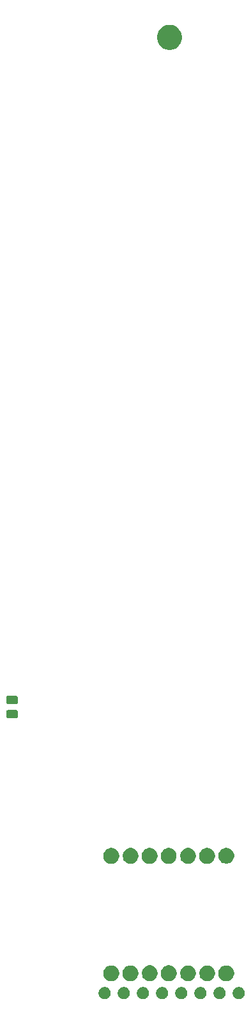
<source format=gbr>
G04 #@! TF.GenerationSoftware,KiCad,Pcbnew,(5.1.2)-1*
G04 #@! TF.CreationDate,2023-05-08T19:06:34+09:00*
G04 #@! TF.ProjectId,gopher_goldpilot_xiao,676f7068-6572-45f6-976f-6c6470696c6f,rev?*
G04 #@! TF.SameCoordinates,Original*
G04 #@! TF.FileFunction,Soldermask,Bot*
G04 #@! TF.FilePolarity,Negative*
%FSLAX46Y46*%
G04 Gerber Fmt 4.6, Leading zero omitted, Abs format (unit mm)*
G04 Created by KiCad (PCBNEW (5.1.2)-1) date 2023-05-08 19:06:34*
%MOMM*%
%LPD*%
G04 APERTURE LIST*
%ADD10C,0.100000*%
G04 APERTURE END LIST*
D10*
G36*
X109737142Y-169018242D02*
G01*
X109885101Y-169079529D01*
X110018255Y-169168499D01*
X110131501Y-169281745D01*
X110220471Y-169414899D01*
X110281758Y-169562858D01*
X110313000Y-169719925D01*
X110313000Y-169880075D01*
X110281758Y-170037142D01*
X110220471Y-170185101D01*
X110131501Y-170318255D01*
X110018255Y-170431501D01*
X109885101Y-170520471D01*
X109737142Y-170581758D01*
X109580075Y-170613000D01*
X109419925Y-170613000D01*
X109262858Y-170581758D01*
X109114899Y-170520471D01*
X108981745Y-170431501D01*
X108868499Y-170318255D01*
X108779529Y-170185101D01*
X108718242Y-170037142D01*
X108687000Y-169880075D01*
X108687000Y-169719925D01*
X108718242Y-169562858D01*
X108779529Y-169414899D01*
X108868499Y-169281745D01*
X108981745Y-169168499D01*
X109114899Y-169079529D01*
X109262858Y-169018242D01*
X109419925Y-168987000D01*
X109580075Y-168987000D01*
X109737142Y-169018242D01*
X109737142Y-169018242D01*
G37*
G36*
X112277142Y-169018242D02*
G01*
X112425101Y-169079529D01*
X112558255Y-169168499D01*
X112671501Y-169281745D01*
X112760471Y-169414899D01*
X112821758Y-169562858D01*
X112853000Y-169719925D01*
X112853000Y-169880075D01*
X112821758Y-170037142D01*
X112760471Y-170185101D01*
X112671501Y-170318255D01*
X112558255Y-170431501D01*
X112425101Y-170520471D01*
X112277142Y-170581758D01*
X112120075Y-170613000D01*
X111959925Y-170613000D01*
X111802858Y-170581758D01*
X111654899Y-170520471D01*
X111521745Y-170431501D01*
X111408499Y-170318255D01*
X111319529Y-170185101D01*
X111258242Y-170037142D01*
X111227000Y-169880075D01*
X111227000Y-169719925D01*
X111258242Y-169562858D01*
X111319529Y-169414899D01*
X111408499Y-169281745D01*
X111521745Y-169168499D01*
X111654899Y-169079529D01*
X111802858Y-169018242D01*
X111959925Y-168987000D01*
X112120075Y-168987000D01*
X112277142Y-169018242D01*
X112277142Y-169018242D01*
G37*
G36*
X114817142Y-169018242D02*
G01*
X114965101Y-169079529D01*
X115098255Y-169168499D01*
X115211501Y-169281745D01*
X115300471Y-169414899D01*
X115361758Y-169562858D01*
X115393000Y-169719925D01*
X115393000Y-169880075D01*
X115361758Y-170037142D01*
X115300471Y-170185101D01*
X115211501Y-170318255D01*
X115098255Y-170431501D01*
X114965101Y-170520471D01*
X114817142Y-170581758D01*
X114660075Y-170613000D01*
X114499925Y-170613000D01*
X114342858Y-170581758D01*
X114194899Y-170520471D01*
X114061745Y-170431501D01*
X113948499Y-170318255D01*
X113859529Y-170185101D01*
X113798242Y-170037142D01*
X113767000Y-169880075D01*
X113767000Y-169719925D01*
X113798242Y-169562858D01*
X113859529Y-169414899D01*
X113948499Y-169281745D01*
X114061745Y-169168499D01*
X114194899Y-169079529D01*
X114342858Y-169018242D01*
X114499925Y-168987000D01*
X114660075Y-168987000D01*
X114817142Y-169018242D01*
X114817142Y-169018242D01*
G37*
G36*
X117357142Y-169018242D02*
G01*
X117505101Y-169079529D01*
X117638255Y-169168499D01*
X117751501Y-169281745D01*
X117840471Y-169414899D01*
X117901758Y-169562858D01*
X117933000Y-169719925D01*
X117933000Y-169880075D01*
X117901758Y-170037142D01*
X117840471Y-170185101D01*
X117751501Y-170318255D01*
X117638255Y-170431501D01*
X117505101Y-170520471D01*
X117357142Y-170581758D01*
X117200075Y-170613000D01*
X117039925Y-170613000D01*
X116882858Y-170581758D01*
X116734899Y-170520471D01*
X116601745Y-170431501D01*
X116488499Y-170318255D01*
X116399529Y-170185101D01*
X116338242Y-170037142D01*
X116307000Y-169880075D01*
X116307000Y-169719925D01*
X116338242Y-169562858D01*
X116399529Y-169414899D01*
X116488499Y-169281745D01*
X116601745Y-169168499D01*
X116734899Y-169079529D01*
X116882858Y-169018242D01*
X117039925Y-168987000D01*
X117200075Y-168987000D01*
X117357142Y-169018242D01*
X117357142Y-169018242D01*
G37*
G36*
X119897142Y-169018242D02*
G01*
X120045101Y-169079529D01*
X120178255Y-169168499D01*
X120291501Y-169281745D01*
X120380471Y-169414899D01*
X120441758Y-169562858D01*
X120473000Y-169719925D01*
X120473000Y-169880075D01*
X120441758Y-170037142D01*
X120380471Y-170185101D01*
X120291501Y-170318255D01*
X120178255Y-170431501D01*
X120045101Y-170520471D01*
X119897142Y-170581758D01*
X119740075Y-170613000D01*
X119579925Y-170613000D01*
X119422858Y-170581758D01*
X119274899Y-170520471D01*
X119141745Y-170431501D01*
X119028499Y-170318255D01*
X118939529Y-170185101D01*
X118878242Y-170037142D01*
X118847000Y-169880075D01*
X118847000Y-169719925D01*
X118878242Y-169562858D01*
X118939529Y-169414899D01*
X119028499Y-169281745D01*
X119141745Y-169168499D01*
X119274899Y-169079529D01*
X119422858Y-169018242D01*
X119579925Y-168987000D01*
X119740075Y-168987000D01*
X119897142Y-169018242D01*
X119897142Y-169018242D01*
G37*
G36*
X122437142Y-169018242D02*
G01*
X122585101Y-169079529D01*
X122718255Y-169168499D01*
X122831501Y-169281745D01*
X122920471Y-169414899D01*
X122981758Y-169562858D01*
X123013000Y-169719925D01*
X123013000Y-169880075D01*
X122981758Y-170037142D01*
X122920471Y-170185101D01*
X122831501Y-170318255D01*
X122718255Y-170431501D01*
X122585101Y-170520471D01*
X122437142Y-170581758D01*
X122280075Y-170613000D01*
X122119925Y-170613000D01*
X121962858Y-170581758D01*
X121814899Y-170520471D01*
X121681745Y-170431501D01*
X121568499Y-170318255D01*
X121479529Y-170185101D01*
X121418242Y-170037142D01*
X121387000Y-169880075D01*
X121387000Y-169719925D01*
X121418242Y-169562858D01*
X121479529Y-169414899D01*
X121568499Y-169281745D01*
X121681745Y-169168499D01*
X121814899Y-169079529D01*
X121962858Y-169018242D01*
X122119925Y-168987000D01*
X122280075Y-168987000D01*
X122437142Y-169018242D01*
X122437142Y-169018242D01*
G37*
G36*
X127517142Y-169018242D02*
G01*
X127665101Y-169079529D01*
X127798255Y-169168499D01*
X127911501Y-169281745D01*
X128000471Y-169414899D01*
X128061758Y-169562858D01*
X128093000Y-169719925D01*
X128093000Y-169880075D01*
X128061758Y-170037142D01*
X128000471Y-170185101D01*
X127911501Y-170318255D01*
X127798255Y-170431501D01*
X127665101Y-170520471D01*
X127517142Y-170581758D01*
X127360075Y-170613000D01*
X127199925Y-170613000D01*
X127042858Y-170581758D01*
X126894899Y-170520471D01*
X126761745Y-170431501D01*
X126648499Y-170318255D01*
X126559529Y-170185101D01*
X126498242Y-170037142D01*
X126467000Y-169880075D01*
X126467000Y-169719925D01*
X126498242Y-169562858D01*
X126559529Y-169414899D01*
X126648499Y-169281745D01*
X126761745Y-169168499D01*
X126894899Y-169079529D01*
X127042858Y-169018242D01*
X127199925Y-168987000D01*
X127360075Y-168987000D01*
X127517142Y-169018242D01*
X127517142Y-169018242D01*
G37*
G36*
X124977142Y-169018242D02*
G01*
X125125101Y-169079529D01*
X125258255Y-169168499D01*
X125371501Y-169281745D01*
X125460471Y-169414899D01*
X125521758Y-169562858D01*
X125553000Y-169719925D01*
X125553000Y-169880075D01*
X125521758Y-170037142D01*
X125460471Y-170185101D01*
X125371501Y-170318255D01*
X125258255Y-170431501D01*
X125125101Y-170520471D01*
X124977142Y-170581758D01*
X124820075Y-170613000D01*
X124659925Y-170613000D01*
X124502858Y-170581758D01*
X124354899Y-170520471D01*
X124221745Y-170431501D01*
X124108499Y-170318255D01*
X124019529Y-170185101D01*
X123958242Y-170037142D01*
X123927000Y-169880075D01*
X123927000Y-169719925D01*
X123958242Y-169562858D01*
X124019529Y-169414899D01*
X124108499Y-169281745D01*
X124221745Y-169168499D01*
X124354899Y-169079529D01*
X124502858Y-169018242D01*
X124659925Y-168987000D01*
X124820075Y-168987000D01*
X124977142Y-169018242D01*
X124977142Y-169018242D01*
G37*
G36*
X125933765Y-166178620D02*
G01*
X126099144Y-166247122D01*
X126123288Y-166257123D01*
X126293854Y-166371092D01*
X126438908Y-166516146D01*
X126552877Y-166686712D01*
X126631380Y-166876235D01*
X126671400Y-167077431D01*
X126671400Y-167282569D01*
X126631380Y-167483765D01*
X126552877Y-167673288D01*
X126438908Y-167843854D01*
X126293854Y-167988908D01*
X126123288Y-168102877D01*
X126123287Y-168102878D01*
X126123286Y-168102878D01*
X125933765Y-168181380D01*
X125732570Y-168221400D01*
X125527430Y-168221400D01*
X125326235Y-168181380D01*
X125136714Y-168102878D01*
X125136713Y-168102878D01*
X125136712Y-168102877D01*
X124966146Y-167988908D01*
X124821092Y-167843854D01*
X124707123Y-167673288D01*
X124628620Y-167483765D01*
X124588600Y-167282569D01*
X124588600Y-167077431D01*
X124628620Y-166876235D01*
X124707123Y-166686712D01*
X124821092Y-166516146D01*
X124966146Y-166371092D01*
X125136712Y-166257123D01*
X125160857Y-166247122D01*
X125326235Y-166178620D01*
X125527430Y-166138600D01*
X125732570Y-166138600D01*
X125933765Y-166178620D01*
X125933765Y-166178620D01*
G37*
G36*
X123403765Y-166178620D02*
G01*
X123569144Y-166247122D01*
X123593288Y-166257123D01*
X123763854Y-166371092D01*
X123908908Y-166516146D01*
X124022877Y-166686712D01*
X124101380Y-166876235D01*
X124141400Y-167077431D01*
X124141400Y-167282569D01*
X124101380Y-167483765D01*
X124022877Y-167673288D01*
X123908908Y-167843854D01*
X123763854Y-167988908D01*
X123593288Y-168102877D01*
X123593287Y-168102878D01*
X123593286Y-168102878D01*
X123403765Y-168181380D01*
X123202570Y-168221400D01*
X122997430Y-168221400D01*
X122796235Y-168181380D01*
X122606714Y-168102878D01*
X122606713Y-168102878D01*
X122606712Y-168102877D01*
X122436146Y-167988908D01*
X122291092Y-167843854D01*
X122177123Y-167673288D01*
X122098620Y-167483765D01*
X122058600Y-167282569D01*
X122058600Y-167077431D01*
X122098620Y-166876235D01*
X122177123Y-166686712D01*
X122291092Y-166516146D01*
X122436146Y-166371092D01*
X122606712Y-166257123D01*
X122630857Y-166247122D01*
X122796235Y-166178620D01*
X122997430Y-166138600D01*
X123202570Y-166138600D01*
X123403765Y-166178620D01*
X123403765Y-166178620D01*
G37*
G36*
X113233765Y-166178620D02*
G01*
X113399144Y-166247122D01*
X113423288Y-166257123D01*
X113593854Y-166371092D01*
X113738908Y-166516146D01*
X113852877Y-166686712D01*
X113931380Y-166876235D01*
X113971400Y-167077431D01*
X113971400Y-167282569D01*
X113931380Y-167483765D01*
X113852877Y-167673288D01*
X113738908Y-167843854D01*
X113593854Y-167988908D01*
X113423288Y-168102877D01*
X113423287Y-168102878D01*
X113423286Y-168102878D01*
X113233765Y-168181380D01*
X113032570Y-168221400D01*
X112827430Y-168221400D01*
X112626235Y-168181380D01*
X112436714Y-168102878D01*
X112436713Y-168102878D01*
X112436712Y-168102877D01*
X112266146Y-167988908D01*
X112121092Y-167843854D01*
X112007123Y-167673288D01*
X111928620Y-167483765D01*
X111888600Y-167282569D01*
X111888600Y-167077431D01*
X111928620Y-166876235D01*
X112007123Y-166686712D01*
X112121092Y-166516146D01*
X112266146Y-166371092D01*
X112436712Y-166257123D01*
X112460857Y-166247122D01*
X112626235Y-166178620D01*
X112827430Y-166138600D01*
X113032570Y-166138600D01*
X113233765Y-166178620D01*
X113233765Y-166178620D01*
G37*
G36*
X110693765Y-166178620D02*
G01*
X110859144Y-166247122D01*
X110883288Y-166257123D01*
X111053854Y-166371092D01*
X111198908Y-166516146D01*
X111312877Y-166686712D01*
X111391380Y-166876235D01*
X111431400Y-167077431D01*
X111431400Y-167282569D01*
X111391380Y-167483765D01*
X111312877Y-167673288D01*
X111198908Y-167843854D01*
X111053854Y-167988908D01*
X110883288Y-168102877D01*
X110883287Y-168102878D01*
X110883286Y-168102878D01*
X110693765Y-168181380D01*
X110492570Y-168221400D01*
X110287430Y-168221400D01*
X110086235Y-168181380D01*
X109896714Y-168102878D01*
X109896713Y-168102878D01*
X109896712Y-168102877D01*
X109726146Y-167988908D01*
X109581092Y-167843854D01*
X109467123Y-167673288D01*
X109388620Y-167483765D01*
X109348600Y-167282569D01*
X109348600Y-167077431D01*
X109388620Y-166876235D01*
X109467123Y-166686712D01*
X109581092Y-166516146D01*
X109726146Y-166371092D01*
X109896712Y-166257123D01*
X109920857Y-166247122D01*
X110086235Y-166178620D01*
X110287430Y-166138600D01*
X110492570Y-166138600D01*
X110693765Y-166178620D01*
X110693765Y-166178620D01*
G37*
G36*
X120863765Y-166178620D02*
G01*
X121029144Y-166247122D01*
X121053288Y-166257123D01*
X121223854Y-166371092D01*
X121368908Y-166516146D01*
X121482877Y-166686712D01*
X121561380Y-166876235D01*
X121601400Y-167077431D01*
X121601400Y-167282569D01*
X121561380Y-167483765D01*
X121482877Y-167673288D01*
X121368908Y-167843854D01*
X121223854Y-167988908D01*
X121053288Y-168102877D01*
X121053287Y-168102878D01*
X121053286Y-168102878D01*
X120863765Y-168181380D01*
X120662570Y-168221400D01*
X120457430Y-168221400D01*
X120256235Y-168181380D01*
X120066714Y-168102878D01*
X120066713Y-168102878D01*
X120066712Y-168102877D01*
X119896146Y-167988908D01*
X119751092Y-167843854D01*
X119637123Y-167673288D01*
X119558620Y-167483765D01*
X119518600Y-167282569D01*
X119518600Y-167077431D01*
X119558620Y-166876235D01*
X119637123Y-166686712D01*
X119751092Y-166516146D01*
X119896146Y-166371092D01*
X120066712Y-166257123D01*
X120090857Y-166247122D01*
X120256235Y-166178620D01*
X120457430Y-166138600D01*
X120662570Y-166138600D01*
X120863765Y-166178620D01*
X120863765Y-166178620D01*
G37*
G36*
X115783765Y-166168620D02*
G01*
X115973288Y-166247123D01*
X116143854Y-166361092D01*
X116288908Y-166506146D01*
X116402877Y-166676712D01*
X116481380Y-166866235D01*
X116521400Y-167067431D01*
X116521400Y-167272569D01*
X116481380Y-167473765D01*
X116402877Y-167663288D01*
X116288908Y-167833854D01*
X116143854Y-167978908D01*
X115973288Y-168092877D01*
X115973287Y-168092878D01*
X115973286Y-168092878D01*
X115783765Y-168171380D01*
X115582570Y-168211400D01*
X115377430Y-168211400D01*
X115176235Y-168171380D01*
X114986714Y-168092878D01*
X114986713Y-168092878D01*
X114986712Y-168092877D01*
X114816146Y-167978908D01*
X114671092Y-167833854D01*
X114557123Y-167663288D01*
X114478620Y-167473765D01*
X114438600Y-167272569D01*
X114438600Y-167067431D01*
X114478620Y-166866235D01*
X114557123Y-166676712D01*
X114671092Y-166506146D01*
X114816146Y-166361092D01*
X114986712Y-166247123D01*
X115176235Y-166168620D01*
X115377430Y-166128600D01*
X115582570Y-166128600D01*
X115783765Y-166168620D01*
X115783765Y-166168620D01*
G37*
G36*
X118313765Y-166168620D02*
G01*
X118503288Y-166247123D01*
X118673854Y-166361092D01*
X118818908Y-166506146D01*
X118932877Y-166676712D01*
X119011380Y-166866235D01*
X119051400Y-167067431D01*
X119051400Y-167272569D01*
X119011380Y-167473765D01*
X118932877Y-167663288D01*
X118818908Y-167833854D01*
X118673854Y-167978908D01*
X118503288Y-168092877D01*
X118503287Y-168092878D01*
X118503286Y-168092878D01*
X118313765Y-168171380D01*
X118112570Y-168211400D01*
X117907430Y-168211400D01*
X117706235Y-168171380D01*
X117516714Y-168092878D01*
X117516713Y-168092878D01*
X117516712Y-168092877D01*
X117346146Y-167978908D01*
X117201092Y-167833854D01*
X117087123Y-167663288D01*
X117008620Y-167473765D01*
X116968600Y-167272569D01*
X116968600Y-167067431D01*
X117008620Y-166866235D01*
X117087123Y-166676712D01*
X117201092Y-166506146D01*
X117346146Y-166361092D01*
X117516712Y-166247123D01*
X117706235Y-166168620D01*
X117907430Y-166128600D01*
X118112570Y-166128600D01*
X118313765Y-166168620D01*
X118313765Y-166168620D01*
G37*
G36*
X120863765Y-150678620D02*
G01*
X121029144Y-150747122D01*
X121053288Y-150757123D01*
X121223854Y-150871092D01*
X121368908Y-151016146D01*
X121482877Y-151186712D01*
X121561380Y-151376235D01*
X121601400Y-151577431D01*
X121601400Y-151782569D01*
X121561380Y-151983765D01*
X121482877Y-152173288D01*
X121368908Y-152343854D01*
X121223854Y-152488908D01*
X121053288Y-152602877D01*
X121053287Y-152602878D01*
X121053286Y-152602878D01*
X120863765Y-152681380D01*
X120662570Y-152721400D01*
X120457430Y-152721400D01*
X120256235Y-152681380D01*
X120066714Y-152602878D01*
X120066713Y-152602878D01*
X120066712Y-152602877D01*
X119896146Y-152488908D01*
X119751092Y-152343854D01*
X119637123Y-152173288D01*
X119558620Y-151983765D01*
X119518600Y-151782569D01*
X119518600Y-151577431D01*
X119558620Y-151376235D01*
X119637123Y-151186712D01*
X119751092Y-151016146D01*
X119896146Y-150871092D01*
X120066712Y-150757123D01*
X120090857Y-150747122D01*
X120256235Y-150678620D01*
X120457430Y-150638600D01*
X120662570Y-150638600D01*
X120863765Y-150678620D01*
X120863765Y-150678620D01*
G37*
G36*
X118303765Y-150678620D02*
G01*
X118469144Y-150747122D01*
X118493288Y-150757123D01*
X118663854Y-150871092D01*
X118808908Y-151016146D01*
X118922877Y-151186712D01*
X119001380Y-151376235D01*
X119041400Y-151577431D01*
X119041400Y-151782569D01*
X119001380Y-151983765D01*
X118922877Y-152173288D01*
X118808908Y-152343854D01*
X118663854Y-152488908D01*
X118493288Y-152602877D01*
X118493287Y-152602878D01*
X118493286Y-152602878D01*
X118303765Y-152681380D01*
X118102570Y-152721400D01*
X117897430Y-152721400D01*
X117696235Y-152681380D01*
X117506714Y-152602878D01*
X117506713Y-152602878D01*
X117506712Y-152602877D01*
X117336146Y-152488908D01*
X117191092Y-152343854D01*
X117077123Y-152173288D01*
X116998620Y-151983765D01*
X116958600Y-151782569D01*
X116958600Y-151577431D01*
X116998620Y-151376235D01*
X117077123Y-151186712D01*
X117191092Y-151016146D01*
X117336146Y-150871092D01*
X117506712Y-150757123D01*
X117530857Y-150747122D01*
X117696235Y-150678620D01*
X117897430Y-150638600D01*
X118102570Y-150638600D01*
X118303765Y-150678620D01*
X118303765Y-150678620D01*
G37*
G36*
X115773765Y-150678620D02*
G01*
X115939144Y-150747122D01*
X115963288Y-150757123D01*
X116133854Y-150871092D01*
X116278908Y-151016146D01*
X116392877Y-151186712D01*
X116471380Y-151376235D01*
X116511400Y-151577431D01*
X116511400Y-151782569D01*
X116471380Y-151983765D01*
X116392877Y-152173288D01*
X116278908Y-152343854D01*
X116133854Y-152488908D01*
X115963288Y-152602877D01*
X115963287Y-152602878D01*
X115963286Y-152602878D01*
X115773765Y-152681380D01*
X115572570Y-152721400D01*
X115367430Y-152721400D01*
X115166235Y-152681380D01*
X114976714Y-152602878D01*
X114976713Y-152602878D01*
X114976712Y-152602877D01*
X114806146Y-152488908D01*
X114661092Y-152343854D01*
X114547123Y-152173288D01*
X114468620Y-151983765D01*
X114428600Y-151782569D01*
X114428600Y-151577431D01*
X114468620Y-151376235D01*
X114547123Y-151186712D01*
X114661092Y-151016146D01*
X114806146Y-150871092D01*
X114976712Y-150757123D01*
X115000857Y-150747122D01*
X115166235Y-150678620D01*
X115367430Y-150638600D01*
X115572570Y-150638600D01*
X115773765Y-150678620D01*
X115773765Y-150678620D01*
G37*
G36*
X113243765Y-150678620D02*
G01*
X113409144Y-150747122D01*
X113433288Y-150757123D01*
X113603854Y-150871092D01*
X113748908Y-151016146D01*
X113862877Y-151186712D01*
X113941380Y-151376235D01*
X113981400Y-151577431D01*
X113981400Y-151782569D01*
X113941380Y-151983765D01*
X113862877Y-152173288D01*
X113748908Y-152343854D01*
X113603854Y-152488908D01*
X113433288Y-152602877D01*
X113433287Y-152602878D01*
X113433286Y-152602878D01*
X113243765Y-152681380D01*
X113042570Y-152721400D01*
X112837430Y-152721400D01*
X112636235Y-152681380D01*
X112446714Y-152602878D01*
X112446713Y-152602878D01*
X112446712Y-152602877D01*
X112276146Y-152488908D01*
X112131092Y-152343854D01*
X112017123Y-152173288D01*
X111938620Y-151983765D01*
X111898600Y-151782569D01*
X111898600Y-151577431D01*
X111938620Y-151376235D01*
X112017123Y-151186712D01*
X112131092Y-151016146D01*
X112276146Y-150871092D01*
X112446712Y-150757123D01*
X112470857Y-150747122D01*
X112636235Y-150678620D01*
X112837430Y-150638600D01*
X113042570Y-150638600D01*
X113243765Y-150678620D01*
X113243765Y-150678620D01*
G37*
G36*
X110693765Y-150678620D02*
G01*
X110859144Y-150747122D01*
X110883288Y-150757123D01*
X111053854Y-150871092D01*
X111198908Y-151016146D01*
X111312877Y-151186712D01*
X111391380Y-151376235D01*
X111431400Y-151577431D01*
X111431400Y-151782569D01*
X111391380Y-151983765D01*
X111312877Y-152173288D01*
X111198908Y-152343854D01*
X111053854Y-152488908D01*
X110883288Y-152602877D01*
X110883287Y-152602878D01*
X110883286Y-152602878D01*
X110693765Y-152681380D01*
X110492570Y-152721400D01*
X110287430Y-152721400D01*
X110086235Y-152681380D01*
X109896714Y-152602878D01*
X109896713Y-152602878D01*
X109896712Y-152602877D01*
X109726146Y-152488908D01*
X109581092Y-152343854D01*
X109467123Y-152173288D01*
X109388620Y-151983765D01*
X109348600Y-151782569D01*
X109348600Y-151577431D01*
X109388620Y-151376235D01*
X109467123Y-151186712D01*
X109581092Y-151016146D01*
X109726146Y-150871092D01*
X109896712Y-150757123D01*
X109920857Y-150747122D01*
X110086235Y-150678620D01*
X110287430Y-150638600D01*
X110492570Y-150638600D01*
X110693765Y-150678620D01*
X110693765Y-150678620D01*
G37*
G36*
X123393765Y-150678620D02*
G01*
X123559144Y-150747122D01*
X123583288Y-150757123D01*
X123753854Y-150871092D01*
X123898908Y-151016146D01*
X124012877Y-151186712D01*
X124091380Y-151376235D01*
X124131400Y-151577431D01*
X124131400Y-151782569D01*
X124091380Y-151983765D01*
X124012877Y-152173288D01*
X123898908Y-152343854D01*
X123753854Y-152488908D01*
X123583288Y-152602877D01*
X123583287Y-152602878D01*
X123583286Y-152602878D01*
X123393765Y-152681380D01*
X123192570Y-152721400D01*
X122987430Y-152721400D01*
X122786235Y-152681380D01*
X122596714Y-152602878D01*
X122596713Y-152602878D01*
X122596712Y-152602877D01*
X122426146Y-152488908D01*
X122281092Y-152343854D01*
X122167123Y-152173288D01*
X122088620Y-151983765D01*
X122048600Y-151782569D01*
X122048600Y-151577431D01*
X122088620Y-151376235D01*
X122167123Y-151186712D01*
X122281092Y-151016146D01*
X122426146Y-150871092D01*
X122596712Y-150757123D01*
X122620857Y-150747122D01*
X122786235Y-150678620D01*
X122987430Y-150638600D01*
X123192570Y-150638600D01*
X123393765Y-150678620D01*
X123393765Y-150678620D01*
G37*
G36*
X125933765Y-150668620D02*
G01*
X126123288Y-150747123D01*
X126293854Y-150861092D01*
X126438908Y-151006146D01*
X126552877Y-151176712D01*
X126631380Y-151366235D01*
X126671400Y-151567431D01*
X126671400Y-151772569D01*
X126631380Y-151973765D01*
X126552877Y-152163288D01*
X126438908Y-152333854D01*
X126293854Y-152478908D01*
X126123288Y-152592877D01*
X126123287Y-152592878D01*
X126123286Y-152592878D01*
X125933765Y-152671380D01*
X125732570Y-152711400D01*
X125527430Y-152711400D01*
X125326235Y-152671380D01*
X125136714Y-152592878D01*
X125136713Y-152592878D01*
X125136712Y-152592877D01*
X124966146Y-152478908D01*
X124821092Y-152333854D01*
X124707123Y-152163288D01*
X124628620Y-151973765D01*
X124588600Y-151772569D01*
X124588600Y-151567431D01*
X124628620Y-151366235D01*
X124707123Y-151176712D01*
X124821092Y-151006146D01*
X124966146Y-150861092D01*
X125136712Y-150747123D01*
X125326235Y-150668620D01*
X125527430Y-150628600D01*
X125732570Y-150628600D01*
X125933765Y-150668620D01*
X125933765Y-150668620D01*
G37*
G36*
X97815668Y-132430465D02*
G01*
X97854338Y-132442196D01*
X97889977Y-132461246D01*
X97921217Y-132486883D01*
X97946854Y-132518123D01*
X97965904Y-132553762D01*
X97977635Y-132592432D01*
X97982200Y-132638788D01*
X97982200Y-133290012D01*
X97977635Y-133336368D01*
X97965904Y-133375038D01*
X97946854Y-133410677D01*
X97921217Y-133441917D01*
X97889977Y-133467554D01*
X97854338Y-133486604D01*
X97815668Y-133498335D01*
X97769312Y-133502900D01*
X96693088Y-133502900D01*
X96646732Y-133498335D01*
X96608062Y-133486604D01*
X96572423Y-133467554D01*
X96541183Y-133441917D01*
X96515546Y-133410677D01*
X96496496Y-133375038D01*
X96484765Y-133336368D01*
X96480200Y-133290012D01*
X96480200Y-132638788D01*
X96484765Y-132592432D01*
X96496496Y-132553762D01*
X96515546Y-132518123D01*
X96541183Y-132486883D01*
X96572423Y-132461246D01*
X96608062Y-132442196D01*
X96646732Y-132430465D01*
X96693088Y-132425900D01*
X97769312Y-132425900D01*
X97815668Y-132430465D01*
X97815668Y-132430465D01*
G37*
G36*
X97815668Y-130555465D02*
G01*
X97854338Y-130567196D01*
X97889977Y-130586246D01*
X97921217Y-130611883D01*
X97946854Y-130643123D01*
X97965904Y-130678762D01*
X97977635Y-130717432D01*
X97982200Y-130763788D01*
X97982200Y-131415012D01*
X97977635Y-131461368D01*
X97965904Y-131500038D01*
X97946854Y-131535677D01*
X97921217Y-131566917D01*
X97889977Y-131592554D01*
X97854338Y-131611604D01*
X97815668Y-131623335D01*
X97769312Y-131627900D01*
X96693088Y-131627900D01*
X96646732Y-131623335D01*
X96608062Y-131611604D01*
X96572423Y-131592554D01*
X96541183Y-131566917D01*
X96515546Y-131535677D01*
X96496496Y-131500038D01*
X96484765Y-131461368D01*
X96480200Y-131415012D01*
X96480200Y-130763788D01*
X96484765Y-130717432D01*
X96496496Y-130678762D01*
X96515546Y-130643123D01*
X96541183Y-130611883D01*
X96572423Y-130586246D01*
X96608062Y-130567196D01*
X96646732Y-130555465D01*
X96693088Y-130550900D01*
X97769312Y-130550900D01*
X97815668Y-130555465D01*
X97815668Y-130555465D01*
G37*
G36*
X118475256Y-41991298D02*
G01*
X118581579Y-42012447D01*
X118882042Y-42136903D01*
X119152451Y-42317585D01*
X119382415Y-42547549D01*
X119563097Y-42817958D01*
X119687553Y-43118421D01*
X119751000Y-43437391D01*
X119751000Y-43762609D01*
X119687553Y-44081579D01*
X119563097Y-44382042D01*
X119382415Y-44652451D01*
X119152451Y-44882415D01*
X118882042Y-45063097D01*
X118581579Y-45187553D01*
X118475256Y-45208702D01*
X118262611Y-45251000D01*
X117937389Y-45251000D01*
X117724744Y-45208702D01*
X117618421Y-45187553D01*
X117317958Y-45063097D01*
X117047549Y-44882415D01*
X116817585Y-44652451D01*
X116636903Y-44382042D01*
X116512447Y-44081579D01*
X116449000Y-43762609D01*
X116449000Y-43437391D01*
X116512447Y-43118421D01*
X116636903Y-42817958D01*
X116817585Y-42547549D01*
X117047549Y-42317585D01*
X117317958Y-42136903D01*
X117618421Y-42012447D01*
X117724744Y-41991298D01*
X117937389Y-41949000D01*
X118262611Y-41949000D01*
X118475256Y-41991298D01*
X118475256Y-41991298D01*
G37*
M02*

</source>
